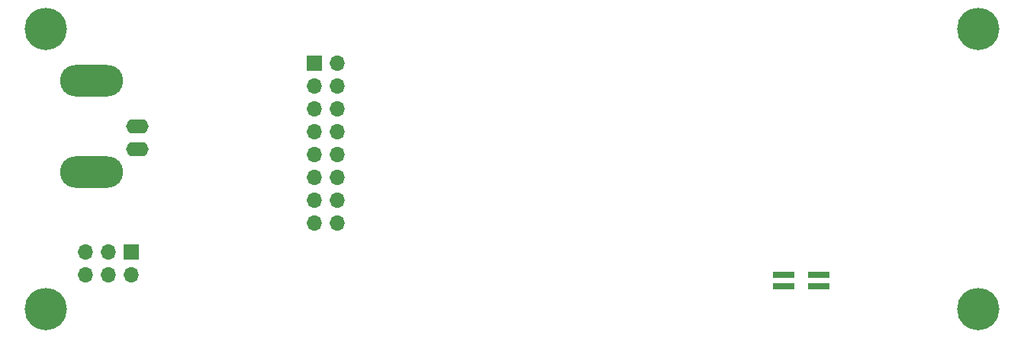
<source format=gbr>
%TF.GenerationSoftware,KiCad,Pcbnew,7.0.6-7.0.6~ubuntu22.04.1*%
%TF.CreationDate,2023-08-01T10:33:02-04:00*%
%TF.ProjectId,test-board,74657374-2d62-46f6-9172-642e6b696361,rev?*%
%TF.SameCoordinates,Original*%
%TF.FileFunction,Soldermask,Bot*%
%TF.FilePolarity,Negative*%
%FSLAX46Y46*%
G04 Gerber Fmt 4.6, Leading zero omitted, Abs format (unit mm)*
G04 Created by KiCad (PCBNEW 7.0.6-7.0.6~ubuntu22.04.1) date 2023-08-01 10:33:02*
%MOMM*%
%LPD*%
G01*
G04 APERTURE LIST*
%ADD10C,4.700000*%
%ADD11R,1.700000X1.700000*%
%ADD12O,1.700000X1.700000*%
%ADD13R,2.400000X0.740000*%
%ADD14O,2.500000X1.600000*%
%ADD15O,7.000000X3.500000*%
G04 APERTURE END LIST*
D10*
%TO.C,H4*%
X172085000Y-53975000D03*
%TD*%
%TO.C,H3*%
X68580000Y-53975000D03*
%TD*%
%TO.C,H2*%
X172085000Y-22860000D03*
%TD*%
%TO.C,H1*%
X68580000Y-22860000D03*
%TD*%
D11*
%TO.C,J5*%
X98425000Y-26670000D03*
D12*
X100965000Y-26670000D03*
X98425000Y-29210000D03*
X100965000Y-29210000D03*
X98425000Y-31750000D03*
X100965000Y-31750000D03*
X98425000Y-34290000D03*
X100965000Y-34290000D03*
X98425000Y-36830000D03*
X100965000Y-36830000D03*
X98425000Y-39370000D03*
X100965000Y-39370000D03*
X98425000Y-41910000D03*
X100965000Y-41910000D03*
X98425000Y-44450000D03*
X100965000Y-44450000D03*
%TD*%
D11*
%TO.C,J6*%
X78090000Y-47620000D03*
D12*
X78090000Y-50160000D03*
X75550000Y-47620000D03*
X75550000Y-50160000D03*
X73010000Y-47620000D03*
X73010000Y-50160000D03*
%TD*%
D13*
%TO.C,J2*%
X154350000Y-50165000D03*
X150450000Y-50165000D03*
X154350000Y-51435000D03*
X150450000Y-51435000D03*
%TD*%
D14*
%TO.C,J4*%
X78740000Y-33655000D03*
D15*
X73660000Y-38735000D03*
D14*
X78740000Y-36195000D03*
D15*
X73660000Y-28575000D03*
%TD*%
M02*

</source>
